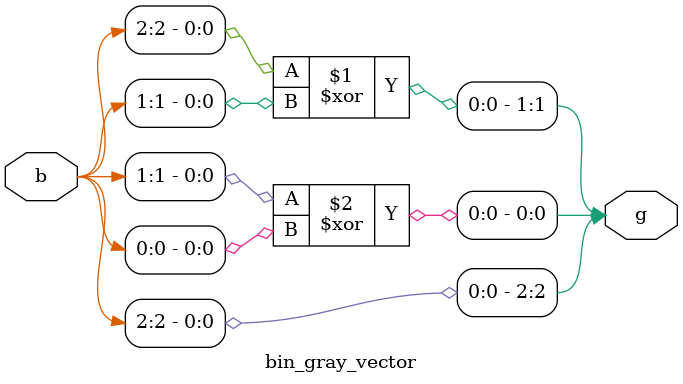
<source format=v>
`timescale 1ns / 1ps
module bin_gray_vector(b,g);
    input [2:0] b;
    output [2:0] g;
    assign g[2]=b[2];
	 assign g[1]=b[2]^b[1];
	 assign g[0]=b[1]^b[0];

endmodule

</source>
